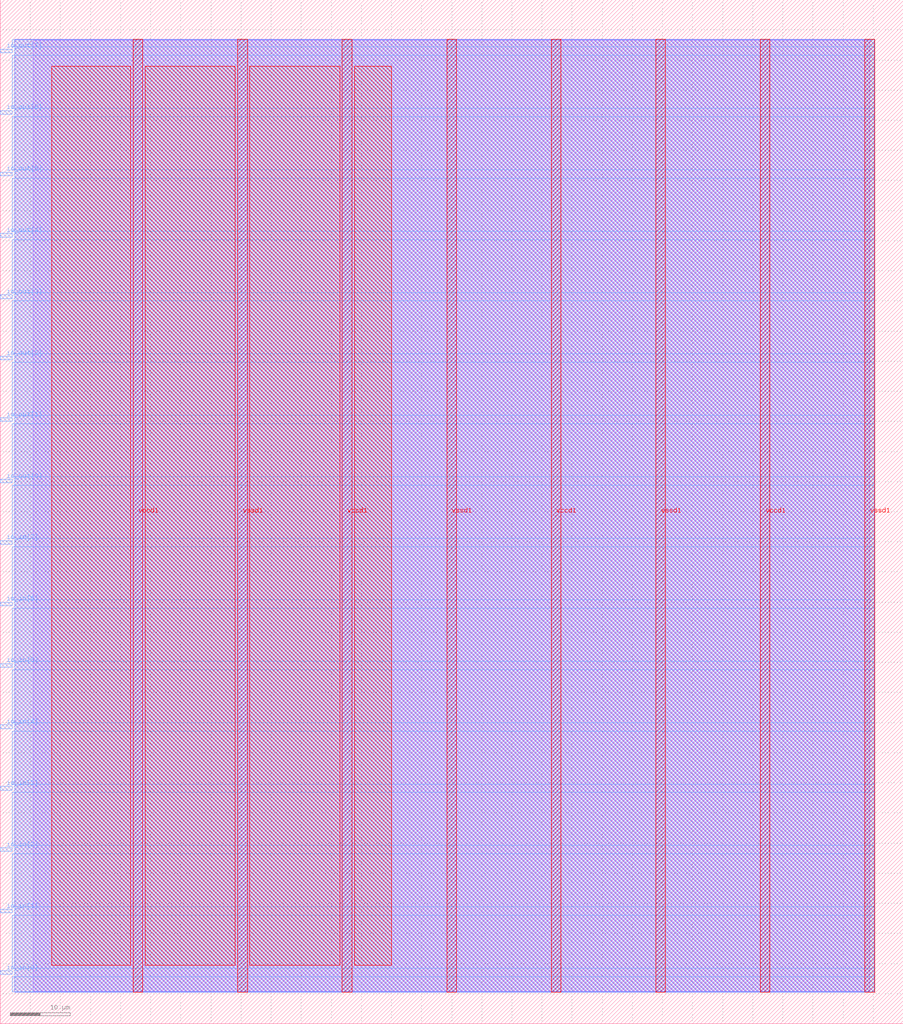
<source format=lef>
VERSION 5.7 ;
  NOWIREEXTENSIONATPIN ON ;
  DIVIDERCHAR "/" ;
  BUSBITCHARS "[]" ;
MACRO jblocklove_cgpt_benchmark_wrapper
  CLASS BLOCK ;
  FOREIGN jblocklove_cgpt_benchmark_wrapper ;
  ORIGIN 0.000 0.000 ;
  SIZE 150.000 BY 170.000 ;
  PIN io_in[0]
    DIRECTION INPUT ;
    USE SIGNAL ;
    PORT
      LAYER met3 ;
        RECT 0.000 8.200 2.000 8.800 ;
    END
  END io_in[0]
  PIN io_in[1]
    DIRECTION INPUT ;
    USE SIGNAL ;
    PORT
      LAYER met3 ;
        RECT 0.000 18.400 2.000 19.000 ;
    END
  END io_in[1]
  PIN io_in[2]
    DIRECTION INPUT ;
    USE SIGNAL ;
    PORT
      LAYER met3 ;
        RECT 0.000 28.600 2.000 29.200 ;
    END
  END io_in[2]
  PIN io_in[3]
    DIRECTION INPUT ;
    USE SIGNAL ;
    PORT
      LAYER met3 ;
        RECT 0.000 38.800 2.000 39.400 ;
    END
  END io_in[3]
  PIN io_in[4]
    DIRECTION INPUT ;
    USE SIGNAL ;
    PORT
      LAYER met3 ;
        RECT 0.000 49.000 2.000 49.600 ;
    END
  END io_in[4]
  PIN io_in[5]
    DIRECTION INPUT ;
    USE SIGNAL ;
    PORT
      LAYER met3 ;
        RECT 0.000 59.200 2.000 59.800 ;
    END
  END io_in[5]
  PIN io_in[6]
    DIRECTION INPUT ;
    USE SIGNAL ;
    PORT
      LAYER met3 ;
        RECT 0.000 69.400 2.000 70.000 ;
    END
  END io_in[6]
  PIN io_in[7]
    DIRECTION INPUT ;
    USE SIGNAL ;
    PORT
      LAYER met3 ;
        RECT 0.000 79.600 2.000 80.200 ;
    END
  END io_in[7]
  PIN io_out[0]
    DIRECTION OUTPUT TRISTATE ;
    USE SIGNAL ;
    PORT
      LAYER met3 ;
        RECT 0.000 89.800 2.000 90.400 ;
    END
  END io_out[0]
  PIN io_out[1]
    DIRECTION OUTPUT TRISTATE ;
    USE SIGNAL ;
    PORT
      LAYER met3 ;
        RECT 0.000 100.000 2.000 100.600 ;
    END
  END io_out[1]
  PIN io_out[2]
    DIRECTION OUTPUT TRISTATE ;
    USE SIGNAL ;
    PORT
      LAYER met3 ;
        RECT 0.000 110.200 2.000 110.800 ;
    END
  END io_out[2]
  PIN io_out[3]
    DIRECTION OUTPUT TRISTATE ;
    USE SIGNAL ;
    PORT
      LAYER met3 ;
        RECT 0.000 120.400 2.000 121.000 ;
    END
  END io_out[3]
  PIN io_out[4]
    DIRECTION OUTPUT TRISTATE ;
    USE SIGNAL ;
    PORT
      LAYER met3 ;
        RECT 0.000 130.600 2.000 131.200 ;
    END
  END io_out[4]
  PIN io_out[5]
    DIRECTION OUTPUT TRISTATE ;
    USE SIGNAL ;
    PORT
      LAYER met3 ;
        RECT 0.000 140.800 2.000 141.400 ;
    END
  END io_out[5]
  PIN io_out[6]
    DIRECTION OUTPUT TRISTATE ;
    USE SIGNAL ;
    PORT
      LAYER met3 ;
        RECT 0.000 151.000 2.000 151.600 ;
    END
  END io_out[6]
  PIN io_out[7]
    DIRECTION OUTPUT TRISTATE ;
    USE SIGNAL ;
    PORT
      LAYER met3 ;
        RECT 0.000 161.200 2.000 161.800 ;
    END
  END io_out[7]
  PIN vccd1
    DIRECTION INOUT ;
    USE POWER ;
    PORT
      LAYER met4 ;
        RECT 22.085 5.200 23.685 163.440 ;
    END
    PORT
      LAYER met4 ;
        RECT 56.815 5.200 58.415 163.440 ;
    END
    PORT
      LAYER met4 ;
        RECT 91.545 5.200 93.145 163.440 ;
    END
    PORT
      LAYER met4 ;
        RECT 126.275 5.200 127.875 163.440 ;
    END
  END vccd1
  PIN vssd1
    DIRECTION INOUT ;
    USE GROUND ;
    PORT
      LAYER met4 ;
        RECT 39.450 5.200 41.050 163.440 ;
    END
    PORT
      LAYER met4 ;
        RECT 74.180 5.200 75.780 163.440 ;
    END
    PORT
      LAYER met4 ;
        RECT 108.910 5.200 110.510 163.440 ;
    END
    PORT
      LAYER met4 ;
        RECT 143.640 5.200 145.240 163.440 ;
    END
  END vssd1
  OBS
      LAYER li1 ;
        RECT 5.520 5.355 144.440 163.285 ;
      LAYER met1 ;
        RECT 2.370 5.200 145.240 163.440 ;
      LAYER met2 ;
        RECT 2.390 5.255 145.210 163.385 ;
      LAYER met3 ;
        RECT 2.000 162.200 145.230 163.365 ;
        RECT 2.400 160.800 145.230 162.200 ;
        RECT 2.000 152.000 145.230 160.800 ;
        RECT 2.400 150.600 145.230 152.000 ;
        RECT 2.000 141.800 145.230 150.600 ;
        RECT 2.400 140.400 145.230 141.800 ;
        RECT 2.000 131.600 145.230 140.400 ;
        RECT 2.400 130.200 145.230 131.600 ;
        RECT 2.000 121.400 145.230 130.200 ;
        RECT 2.400 120.000 145.230 121.400 ;
        RECT 2.000 111.200 145.230 120.000 ;
        RECT 2.400 109.800 145.230 111.200 ;
        RECT 2.000 101.000 145.230 109.800 ;
        RECT 2.400 99.600 145.230 101.000 ;
        RECT 2.000 90.800 145.230 99.600 ;
        RECT 2.400 89.400 145.230 90.800 ;
        RECT 2.000 80.600 145.230 89.400 ;
        RECT 2.400 79.200 145.230 80.600 ;
        RECT 2.000 70.400 145.230 79.200 ;
        RECT 2.400 69.000 145.230 70.400 ;
        RECT 2.000 60.200 145.230 69.000 ;
        RECT 2.400 58.800 145.230 60.200 ;
        RECT 2.000 50.000 145.230 58.800 ;
        RECT 2.400 48.600 145.230 50.000 ;
        RECT 2.000 39.800 145.230 48.600 ;
        RECT 2.400 38.400 145.230 39.800 ;
        RECT 2.000 29.600 145.230 38.400 ;
        RECT 2.400 28.200 145.230 29.600 ;
        RECT 2.000 19.400 145.230 28.200 ;
        RECT 2.400 18.000 145.230 19.400 ;
        RECT 2.000 9.200 145.230 18.000 ;
        RECT 2.400 7.800 145.230 9.200 ;
        RECT 2.000 5.275 145.230 7.800 ;
      LAYER met4 ;
        RECT 8.575 9.695 21.685 158.945 ;
        RECT 24.085 9.695 39.050 158.945 ;
        RECT 41.450 9.695 56.415 158.945 ;
        RECT 58.815 9.695 65.025 158.945 ;
  END
END jblocklove_cgpt_benchmark_wrapper
END LIBRARY


</source>
